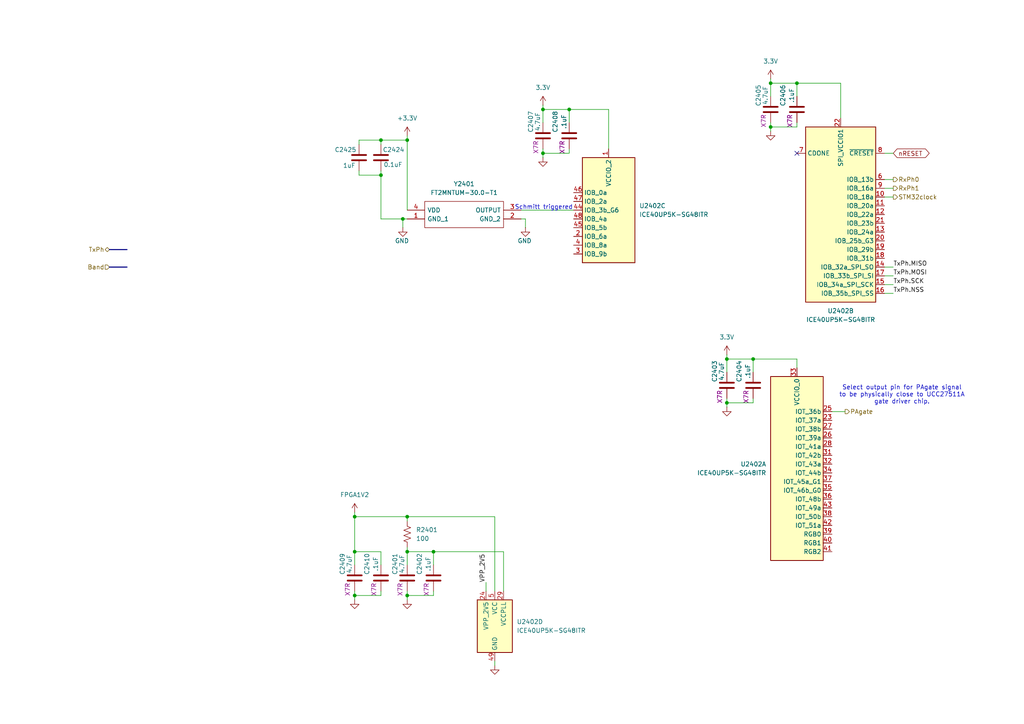
<source format=kicad_sch>
(kicad_sch (version 20250114) (generator "eeschema") (generator_version "9.0")
  (paper "A4")
  (lib_symbols
    (symbol "Device:C" (pin_numbers (hide yes)) (pin_names (offset 0.254))
      (property "Reference" "C" (at 0.635 2.54 0))
      (property "Value" "C" (at 0.635 -2.54 0))
      (symbol "C_0_1"
        (polyline (pts (xy -2.032 0.762) (xy 2.032 0.762)) (stroke (width 0.508)))
        (polyline (pts (xy -2.032 -0.762) (xy 2.032 -0.762)) (stroke (width 0.508)))
      )
      (symbol "C_1_1"
        (pin passive line (at 0 3.81 270) (length 2.794) (name "~") (number "1"))
        (pin passive line (at 0 -3.81 90) (length 2.794) (name "~") (number "2"))
      )
    )
    (symbol "Device:R_US" (pin_numbers (hide yes)) (pin_names (offset 0))
      (property "Reference" "R" (at 2.54 0 90))
      (property "Value" "R_US" (at -2.54 0 90))
      (symbol "R_US_0_1"
        (polyline (pts (xy 0 2.286) (xy 0 2.54)))
        (polyline (pts (xy 0 2.286) (xy 1.016 1.905) (xy 0 1.524) (xy -1.016 1.143) (xy 0 0.762)))
        (polyline (pts (xy 0 0.762) (xy 1.016 0.381) (xy 0 0) (xy -1.016 -0.381) (xy 0 -0.762)))
        (polyline (pts (xy 0 -0.762) (xy 1.016 -1.143) (xy 0 -1.524) (xy -1.016 -1.905) (xy 0 -2.286)))
        (polyline (pts (xy 0 -2.286) (xy 0 -2.54)))
      )
      (symbol "R_US_1_1"
        (pin passive line (at 0 3.81 270) (length 1.27) (name "~") (number "1"))
        (pin passive line (at 0 -3.81 90) (length 1.27) (name "~") (number "2"))
      )
    )
    (symbol "FPGA_Lattice:ICE40UP5K-SG48ITR"
      (property "Reference" "U" (at -8.89 -29.21 0))
      (property "Value" "ICE40UP5K-SG48ITR" (at 0 -31.75 0))
      (symbol "ICE40UP5K-SG48ITR_1_1"
        (rectangle (start -7.62 25.4) (end 7.62 -27.94) (stroke (width 0.254)) (fill (type background)))
        (pin bidirectional line (at -10.16 15.24 0) (length 2.54) (name "IOT_36b") (number "25"))
        (pin bidirectional line (at -10.16 12.7 0) (length 2.54) (name "IOT_37a") (number "23"))
        (pin bidirectional line (at -10.16 10.16 0) (length 2.54) (name "IOT_38b") (number "27"))
        (pin bidirectional line (at -10.16 7.62 0) (length 2.54) (name "IOT_39a") (number "26"))
        (pin bidirectional line (at -10.16 5.08 0) (length 2.54) (name "IOT_41a") (number "28"))
        (pin bidirectional line (at -10.16 2.54 0) (length 2.54) (name "IOT_42b") (number "31"))
        (pin bidirectional line (at -10.16 0 0) (length 2.54) (name "IOT_43a") (number "32"))
        (pin bidirectional line (at -10.16 -2.54 0) (length 2.54) (name "IOT_44b") (number "34"))
        (pin bidirectional line (at -10.16 -5.08 0) (length 2.54) (name "IOT_45a_G1") (number "37"))
        (pin bidirectional line (at -10.16 -7.62 0) (length 2.54) (name "IOT_46b_G0") (number "35"))
        (pin bidirectional line (at -10.16 -10.16 0) (length 2.54) (name "IOT_48b") (number "36"))
        (pin bidirectional line (at -10.16 -12.7 0) (length 2.54) (name "IOT_49a") (number "43"))
        (pin bidirectional line (at -10.16 -15.24 0) (length 2.54) (name "IOT_50b") (number "38"))
        (pin bidirectional line (at -10.16 -17.78 0) (length 2.54) (name "IOT_51a") (number "42"))
        (pin open_collector line (at -10.16 -20.32 0) (length 2.54) (name "RGB0") (number "39"))
        (pin open_collector line (at -10.16 -22.86 0) (length 2.54) (name "RGB1") (number "40"))
        (pin open_collector line (at -10.16 -25.4 0) (length 2.54) (name "RGB2") (number "41"))
        (pin power_in line (at 0 27.94 270) (length 2.54) (name "VCCIO_0") (number "33"))
      )
      (symbol "ICE40UP5K-SG48ITR_2_1"
        (rectangle (start -10.16 25.4) (end 10.16 -25.4) (stroke (width 0.254)) (fill (type background)))
        (pin input line (at -12.7 17.78 0) (length 2.54) (name "~{CRESET}") (number "8"))
        (pin bidirectional line (at -12.7 10.16 0) (length 2.54) (name "IOB_13b") (number "6"))
        (pin bidirectional line (at -12.7 7.62 0) (length 2.54) (name "IOB_16a") (number "9"))
        (pin bidirectional line (at -12.7 5.08 0) (length 2.54) (name "IOB_18a") (number "10"))
        (pin bidirectional line (at -12.7 2.54 0) (length 2.54) (name "IOB_20a") (number "11"))
        (pin bidirectional line (at -12.7 0 0) (length 2.54) (name "IOB_22a") (number "12"))
        (pin bidirectional line (at -12.7 -2.54 0) (length 2.54) (name "IOB_23b") (number "21"))
        (pin bidirectional line (at -12.7 -5.08 0) (length 2.54) (name "IOB_24a") (number "13"))
        (pin bidirectional line (at -12.7 -7.62 0) (length 2.54) (name "IOB_25b_G3") (number "20"))
        (pin bidirectional line (at -12.7 -10.16 0) (length 2.54) (name "IOB_29b") (number "19"))
        (pin bidirectional line (at -12.7 -12.7 0) (length 2.54) (name "IOB_31b") (number "18"))
        (pin bidirectional line (at -12.7 -15.24 0) (length 2.54) (name "IOB_32a_SPI_SO") (number "14"))
        (pin bidirectional line (at -12.7 -17.78 0) (length 2.54) (name "IOB_33b_SPI_SI") (number "17"))
        (pin bidirectional line (at -12.7 -20.32 0) (length 2.54) (name "IOB_34a_SPI_SCK") (number "15"))
        (pin bidirectional line (at -12.7 -22.86 0) (length 2.54) (name "IOB_35b_SPI_SS") (number "16"))
        (pin power_in line (at 0 27.94 270) (length 2.54) (name "SPI_VCCIO1") (number "22"))
        (pin open_collector line (at 12.7 17.78 180) (length 2.54) (name "CDONE") (number "7"))
      )
      (symbol "ICE40UP5K-SG48ITR_3_1"
        (rectangle (start -7.62 15.24) (end 7.62 -15.24) (stroke (width 0.254)) (fill (type background)))
        (pin bidirectional line (at -10.16 5.08 0) (length 2.54) (name "IOB_0a") (number "46"))
        (pin bidirectional line (at -10.16 2.54 0) (length 2.54) (name "IOB_2a") (number "47"))
        (pin bidirectional line (at -10.16 0 0) (length 2.54) (name "IOB_3b_G6") (number "44"))
        (pin bidirectional line (at -10.16 -2.54 0) (length 2.54) (name "IOB_4a") (number "48"))
        (pin bidirectional line (at -10.16 -5.08 0) (length 2.54) (name "IOB_5b") (number "45"))
        (pin bidirectional line (at -10.16 -7.62 0) (length 2.54) (name "IOB_6a") (number "2"))
        (pin bidirectional line (at -10.16 -10.16 0) (length 2.54) (name "IOB_8a") (number "4"))
        (pin bidirectional line (at -10.16 -12.7 0) (length 2.54) (name "IOB_9b") (number "3"))
        (pin power_in line (at 0 17.78 270) (length 2.54) (name "VCCIO_2") (number "1"))
      )
      (symbol "ICE40UP5K-SG48ITR_4_1"
        (rectangle (start -5.08 7.62) (end 5.08 -7.62) (stroke (width 0.254)) (fill (type background)))
        (pin power_in line (at -2.54 10.16 270) (length 2.54) (name "VPP_2V5") (number "24"))
        (pin passive line (at 0 10.16 270) (length 2.54) (hide yes) (name "VCC") (number "30"))
        (pin power_in line (at 0 10.16 270) (length 2.54) (name "VCC") (number "5"))
        (pin power_in line (at 0 -10.16 90) (length 2.54) (name "GND") (number "49"))
        (pin power_out line (at 2.54 10.16 270) (length 2.54) (name "VCCPLL") (number "29"))
      )
    )
    (symbol "FT2MNTUM-30.0-T1:FT2MNTUM-30.0-T1" (pin_names (offset 0.762))
      (property "Reference" "Y" (at 29.21 7.62 0))
      (property "Value" "FT2MNTUM-30.0-T1" (at 29.21 5.08 0))
      (symbol "FT2MNTUM-30.0-T1_0_0"
        (pin passive line (at 0 0 0) (length 5.08) (name "VDD") (number "4"))
        (pin passive line (at 0 -2.54 0) (length 5.08) (name "GND_1") (number "1"))
        (pin passive line (at 33.02 0 180) (length 5.08) (name "OUTPUT") (number "3"))
        (pin passive line (at 33.02 -2.54 180) (length 5.08) (name "GND_2") (number "2"))
      )
      (symbol "FT2MNTUM-30.0-T1_0_1"
        (polyline (pts (xy 5.08 2.54) (xy 27.94 2.54) (xy 27.94 -5.08) (xy 5.08 -5.08) (xy 5.08 2.54)) (stroke (width 0.1524)))
      )
    )
    (symbol "power:+3.3V" (power) (pin_numbers (hide yes)) (pin_names (offset 0) (hide yes))
      (property "Value" "+3.3V" (at 0 3.556 0))
      (symbol "+3.3V_0_1"
        (polyline (pts (xy -0.762 1.27) (xy 0 2.54)))
        (polyline (pts (xy 0 2.54) (xy 0.762 1.27)))
        (polyline (pts (xy 0 0) (xy 0 2.54)))
      )
      (symbol "+3.3V_1_1"
        (pin power_in line (at 0 0 90) (length 0) (name "~") (number "1"))
      )
    )
    (symbol "power:GND" (power) (pin_numbers (hide yes)) (pin_names (offset 0) (hide yes))
      (property "Value" "GND" (at 0 -3.81 0))
      (symbol "GND_0_1"
        (polyline (pts (xy 0 0) (xy 0 -1.27) (xy 1.27 -1.27) (xy 0 -2.54) (xy -1.27 -1.27) (xy 0 -1.27)))
      )
      (symbol "GND_1_1"
        (pin power_in line (at 0 0 270) (length 0) (name "~") (number "1"))
      )
    )
    (symbol "power:VDD" (power) (pin_numbers (hide yes)) (pin_names (offset 0) (hide yes))
      (property "Value" "VDD" (at 0 3.556 0))
      (symbol "VDD_0_1"
        (polyline (pts (xy -0.762 1.27) (xy 0 2.54)))
        (polyline (pts (xy 0 2.54) (xy 0.762 1.27)))
        (polyline (pts (xy 0 0) (xy 0 2.54)))
      )
      (symbol "VDD_1_1"
        (pin power_in line (at 0 0 90) (length 0) (name "~") (number "1"))
      )
    )
  )
  (text "Schmitt triggered" (at 157.734 60.198 0) (effects (font (size 1.27 1.27))))
  (text "Select output pin for PAgate signal\nto be physically close to UCC27511A\ngate driver chip." (at 261.62 114.554 0) (effects (font (size 1.27 1.27))))
  (junction (at 102.87 160.02))
  (junction (at 165.1 31.75))
  (junction (at 210.82 104.14))
  (junction (at 102.87 149.86))
  (junction (at 157.48 44.45))
  (junction (at 110.49 40.64))
  (junction (at 223.52 36.83))
  (junction (at 157.48 31.75))
  (junction (at 231.14 24.13))
  (junction (at 223.52 24.13))
  (junction (at 125.73 160.02))
  (junction (at 218.44 104.14))
  (junction (at 210.82 116.84))
  (junction (at 102.87 172.72))
  (junction (at 118.11 149.86))
  (junction (at 118.11 160.02))
  (junction (at 118.11 40.64))
  (junction (at 118.11 172.72))
  (junction (at 116.84 63.5))
  (junction (at 110.49 50.8))
  (no_connect (at 231.14 44.45))
  (wire (pts (xy 210.82 102.87) (xy 210.82 104.14)))
  (wire (pts (xy 210.82 104.14) (xy 218.44 104.14)))
  (wire (pts (xy 104.14 40.64) (xy 110.49 40.64)))
  (wire (pts (xy 210.82 115.57) (xy 210.82 116.84)))
  (wire (pts (xy 116.84 63.5) (xy 118.11 63.5)))
  (wire (pts (xy 259.08 85.09) (xy 256.54 85.09)))
  (wire (pts (xy 151.13 63.5) (xy 152.4 63.5)))
  (wire (pts (xy 157.48 31.75) (xy 165.1 31.75)))
  (wire (pts (xy 231.14 104.14) (xy 231.14 106.68)))
  (wire (pts (xy 157.48 44.45) (xy 165.1 44.45)))
  (wire (pts (xy 118.11 40.64) (xy 118.11 39.37)))
  (wire (pts (xy 104.14 49.53) (xy 104.14 50.8)))
  (wire (pts (xy 125.73 160.02) (xy 146.05 160.02)))
  (wire (pts (xy 102.87 172.72) (xy 102.87 173.99)))
  (wire (pts (xy 110.49 50.8) (xy 110.49 63.5)))
  (wire (pts (xy 157.48 30.48) (xy 157.48 31.75)))
  (wire (pts (xy 143.51 149.86) (xy 118.11 149.86)))
  (wire (pts (xy 223.52 27.94) (xy 223.52 24.13)))
  (wire (pts (xy 223.52 36.83) (xy 231.14 36.83)))
  (bus (pts (xy 31.75 72.39) (xy 36.83 72.39)))
  (wire (pts (xy 259.08 82.55) (xy 256.54 82.55)))
  (wire (pts (xy 231.14 35.56) (xy 231.14 36.83)))
  (wire (pts (xy 210.82 116.84) (xy 210.82 118.11)))
  (wire (pts (xy 223.52 22.86) (xy 223.52 24.13)))
  (wire (pts (xy 118.11 160.02) (xy 125.73 160.02)))
  (wire (pts (xy 110.49 40.64) (xy 118.11 40.64)))
  (wire (pts (xy 118.11 172.72) (xy 125.73 172.72)))
  (wire (pts (xy 218.44 104.14) (xy 231.14 104.14)))
  (wire (pts (xy 165.1 31.75) (xy 165.1 35.56)))
  (wire (pts (xy 259.08 57.15) (xy 256.54 57.15)))
  (wire (pts (xy 140.97 168.91) (xy 140.97 171.45)))
  (wire (pts (xy 259.08 52.07) (xy 256.54 52.07)))
  (wire (pts (xy 259.08 54.61) (xy 256.54 54.61)))
  (wire (pts (xy 116.84 66.04) (xy 116.84 63.5)))
  (wire (pts (xy 151.13 60.96) (xy 166.37 60.96)))
  (wire (pts (xy 210.82 107.95) (xy 210.82 104.14)))
  (wire (pts (xy 243.84 24.13) (xy 243.84 34.29)))
  (wire (pts (xy 157.48 44.45) (xy 157.48 45.72)))
  (wire (pts (xy 218.44 104.14) (xy 218.44 107.95)))
  (wire (pts (xy 102.87 172.72) (xy 110.49 172.72)))
  (wire (pts (xy 118.11 149.86) (xy 118.11 151.13)))
  (wire (pts (xy 143.51 149.86) (xy 143.51 171.45)))
  (wire (pts (xy 259.08 77.47) (xy 256.54 77.47)))
  (wire (pts (xy 110.49 171.45) (xy 110.49 172.72)))
  (wire (pts (xy 218.44 115.57) (xy 218.44 116.84)))
  (wire (pts (xy 110.49 63.5) (xy 116.84 63.5)))
  (wire (pts (xy 176.53 31.75) (xy 176.53 43.18)))
  (wire (pts (xy 110.49 49.53) (xy 110.49 50.8)))
  (wire (pts (xy 259.08 80.01) (xy 256.54 80.01)))
  (wire (pts (xy 231.14 24.13) (xy 231.14 27.94)))
  (wire (pts (xy 152.4 63.5) (xy 152.4 66.04)))
  (wire (pts (xy 102.87 163.83) (xy 102.87 160.02)))
  (wire (pts (xy 210.82 116.84) (xy 218.44 116.84)))
  (wire (pts (xy 223.52 36.83) (xy 223.52 38.1)))
  (wire (pts (xy 110.49 160.02) (xy 110.49 163.83)))
  (wire (pts (xy 223.52 35.56) (xy 223.52 36.83)))
  (wire (pts (xy 102.87 148.59) (xy 102.87 149.86)))
  (wire (pts (xy 223.52 24.13) (xy 231.14 24.13)))
  (wire (pts (xy 157.48 43.18) (xy 157.48 44.45)))
  (wire (pts (xy 143.51 191.77) (xy 143.51 193.04)))
  (wire (pts (xy 125.73 160.02) (xy 125.73 163.83)))
  (wire (pts (xy 125.73 171.45) (xy 125.73 172.72)))
  (wire (pts (xy 102.87 160.02) (xy 110.49 160.02)))
  (bus (pts (xy 31.75 77.47) (xy 36.83 77.47)))
  (wire (pts (xy 118.11 158.75) (xy 118.11 160.02)))
  (wire (pts (xy 176.53 31.75) (xy 165.1 31.75)))
  (wire (pts (xy 102.87 171.45) (xy 102.87 172.72)))
  (wire (pts (xy 243.84 24.13) (xy 231.14 24.13)))
  (wire (pts (xy 118.11 60.96) (xy 118.11 40.64)))
  (wire (pts (xy 118.11 172.72) (xy 118.11 173.99)))
  (wire (pts (xy 245.11 119.38) (xy 241.3 119.38)))
  (wire (pts (xy 104.14 41.91) (xy 104.14 40.64)))
  (wire (pts (xy 102.87 149.86) (xy 102.87 160.02)))
  (wire (pts (xy 118.11 149.86) (xy 102.87 149.86)))
  (wire (pts (xy 110.49 40.64) (xy 110.49 41.91)))
  (wire (pts (xy 259.08 44.45) (xy 256.54 44.45)))
  (wire (pts (xy 104.14 50.8) (xy 110.49 50.8)))
  (wire (pts (xy 118.11 171.45) (xy 118.11 172.72)))
  (wire (pts (xy 146.05 160.02) (xy 146.05 171.45)))
  (wire (pts (xy 165.1 43.18) (xy 165.1 44.45)))
  (wire (pts (xy 118.11 163.83) (xy 118.11 160.02)))
  (wire (pts (xy 157.48 35.56) (xy 157.48 31.75)))
  (label "TxPh.SCK" (at 259.08 82.55 0))
  (label "VPP_2V5" (at 140.97 168.91 90))
  (label "TxPh.MISO" (at 259.08 77.47 0))
  (label "TxPh.MOSI" (at 259.08 80.01 0))
  (label "TxPh.NSS" (at 259.08 85.09 0))
  (global_label "nRESET" (shape bidirectional) (at 259.08 44.45 0) (property "Intersheetrefs" "${INTERSHEET_REFS}" (effects (hide yes))))
  (hierarchical_label "RxPh1" (shape output) (at 259.08 54.61 0))
  (hierarchical_label "PAgate" (shape output) (at 245.11 119.38 0))
  (hierarchical_label "STM32clock" (shape output) (at 259.08 57.15 0))
  (hierarchical_label "Band" (shape input) (at 31.75 77.47 180))
  (hierarchical_label "TxPh" (shape bidirectional) (at 31.75 72.39 180))
  (hierarchical_label "RxPh0" (shape output) (at 259.08 52.07 0))
  (symbol (lib_id "power:GND") (at 116.84 66.04 0) (unit 1)
    (property "Reference" "#PWR02420" (effects (hide yes)))
    (property "Value" "GND" (at 116.586 69.85 0))
    (property "Description" "Power symbol creates a global label with name \"GND\" , ground" (effects (hide yes)))
  )
  (symbol (lib_id "Device:C") (at 104.14 45.72 0) (unit 1)
    (property "Reference" "C2425" (at 103.378 43.434 0) (effects (justify right)))
    (property "Value" "1uF" (at 103.124 48.006 0) (effects (justify right)))
    (property "Description" "Unpolarized capacitor" (effects (hide yes)))
  )
  (symbol (lib_id "Device:C") (at 165.1 39.37 0) (mirror y) (unit 1)
    (property "Reference" "C2408" (at 161.036 35.306 90))
    (property "Value" ".1uF" (at 163.576 35.306 90))
    (property "Description" "Unpolarized capacitor" (effects (hide yes)))
    (property "cap-type" "X7R" (at 163.068 42.672 90))
  )
  (symbol (lib_id "FPGA_Lattice:ICE40UP5K-SG48ITR") (at 176.53 60.96 0) (unit 3)
    (property "Reference" "U2402" (at 185.42 59.6899 0) (effects (justify left)))
    (property "Value" "ICE40UP5K-SG48ITR" (at 185.42 62.2299 0) (effects (justify left)))
    (property "Footprint" "Package_DFN_QFN:QFN-48-1EP_7x7mm_P0.5mm_EP5.6x5.6mm" (effects (hide yes)))
    (property "Datasheet" "http://www.latticesemi.com/Products/FPGAandCPLD/iCE40Ultra" (effects (hide yes)))
    (property "Description" "iCE40 UltraPlus FPGA, 5280 LUTs, 1.2V, 48-pin QFN" (effects (hide yes)))
  )
  (symbol (lib_id "FPGA_Lattice:ICE40UP5K-SG48ITR") (at 243.84 62.23 0) (mirror y) (unit 2)
    (property "Reference" "U2402" (at 243.84 90.17 0))
    (property "Value" "ICE40UP5K-SG48ITR" (at 243.84 92.71 0))
    (property "Footprint" "Package_DFN_QFN:QFN-48-1EP_7x7mm_P0.5mm_EP5.6x5.6mm" (effects (hide yes)))
    (property "Datasheet" "http://www.latticesemi.com/Products/FPGAandCPLD/iCE40Ultra" (effects (hide yes)))
    (property "Description" "iCE40 UltraPlus FPGA, 5280 LUTs, 1.2V, 48-pin QFN" (effects (hide yes)))
  )
  (symbol (lib_id "power:GND") (at 143.51 193.04 0) (unit 1)
    (property "Reference" "#PWR02422" (effects (hide yes)))
    (property "Value" "GND" (effects (hide yes)))
    (property "Description" "Power symbol creates a global label with name \"GND\" , ground" (effects (hide yes)))
  )
  (symbol (lib_id "Device:C") (at 231.14 31.75 0) (mirror y) (unit 1)
    (property "Reference" "C2406" (at 227.076 27.686 90))
    (property "Value" ".1uF" (at 229.616 27.686 90))
    (property "Description" "Unpolarized capacitor" (effects (hide yes)))
    (property "cap-type" "X7R" (at 229.108 35.052 90))
  )
  (symbol (lib_id "power:GND") (at 210.82 118.11 0) (unit 1)
    (property "Reference" "#PWR02405" (effects (hide yes)))
    (property "Value" "GND" (effects (hide yes)))
    (property "Description" "Power symbol creates a global label with name \"GND\" , ground" (effects (hide yes)))
  )
  (symbol (lib_id "Device:C") (at 157.48 39.37 0) (mirror y) (unit 1)
    (property "Reference" "C2407" (at 153.924 35.306 90))
    (property "Value" "4.7uF" (at 155.956 35.306 90))
    (property "Description" "Unpolarized capacitor" (effects (hide yes)))
    (property "cap-type" "X7R" (at 155.448 42.672 90))
  )
  (symbol (lib_id "Device:C") (at 125.73 167.64 0) (mirror y) (unit 1)
    (property "Reference" "C2402" (at 121.666 163.576 90))
    (property "Value" ".1uF" (at 124.206 163.576 90))
    (property "Description" "Unpolarized capacitor" (effects (hide yes)))
    (property "cap-type" "X7R" (at 123.698 170.942 90))
  )
  (symbol (lib_id "FPGA_Lattice:ICE40UP5K-SG48ITR") (at 231.14 134.62 0) (mirror y) (unit 1)
    (property "Reference" "U2402" (at 222.25 134.6199 0) (effects (justify left)))
    (property "Value" "ICE40UP5K-SG48ITR" (at 222.25 137.1599 0) (effects (justify left)))
    (property "Footprint" "Package_DFN_QFN:QFN-48-1EP_7x7mm_P0.5mm_EP5.6x5.6mm" (effects (hide yes)))
    (property "Datasheet" "http://www.latticesemi.com/Products/FPGAandCPLD/iCE40Ultra" (effects (hide yes)))
    (property "Description" "iCE40 UltraPlus FPGA, 5280 LUTs, 1.2V, 48-pin QFN" (effects (hide yes)))
  )
  (symbol (lib_id "Device:C") (at 118.11 167.64 0) (mirror y) (unit 1)
    (property "Reference" "C2401" (at 114.554 163.576 90))
    (property "Value" "4.7uF" (at 116.586 163.576 90))
    (property "Description" "Unpolarized capacitor" (effects (hide yes)))
    (property "cap-type" "X7R" (at 116.078 170.942 90))
  )
  (symbol (lib_id "power:GND") (at 102.87 173.99 0) (unit 1)
    (property "Reference" "#PWR02411" (effects (hide yes)))
    (property "Value" "GND" (effects (hide yes)))
    (property "Description" "Power symbol creates a global label with name \"GND\" , ground" (effects (hide yes)))
  )
  (symbol (lib_id "power:GND") (at 118.11 173.99 0) (unit 1)
    (property "Reference" "#PWR02403" (effects (hide yes)))
    (property "Value" "GND" (effects (hide yes)))
    (property "Description" "Power symbol creates a global label with name \"GND\" , ground" (effects (hide yes)))
  )
  (symbol (lib_id "power:VDD") (at 102.87 148.59 0) (unit 1)
    (property "Reference" "#PWR02410" (effects (hide yes)))
    (property "Value" "FPGA1V2" (at 102.87 143.51 0))
    (property "Description" "Power symbol creates a global label with name \"VDD\"" (effects (hide yes)))
  )
  (symbol (lib_id "Device:C") (at 210.82 111.76 0) (mirror y) (unit 1)
    (property "Reference" "C2403" (at 207.264 107.696 90))
    (property "Value" "4.7uF" (at 209.296 107.696 90))
    (property "Description" "Unpolarized capacitor" (effects (hide yes)))
    (property "cap-type" "X7R" (at 208.788 115.062 90))
  )
  (symbol (lib_id "Device:C") (at 110.49 167.64 0) (mirror y) (unit 1)
    (property "Reference" "C2410" (at 106.426 163.576 90))
    (property "Value" ".1uF" (at 108.966 163.576 90))
    (property "Description" "Unpolarized capacitor" (effects (hide yes)))
    (property "cap-type" "X7R" (at 108.458 170.942 90))
  )
  (symbol (lib_id "power:+3.3V") (at 118.11 39.37 0) (unit 1)
    (property "Reference" "#PWR02419" (effects (hide yes)))
    (property "Value" "+3.3V" (at 118.11 34.29 0))
    (property "Description" "Power symbol creates a global label with name \"+3.3V\"" (effects (hide yes)))
  )
  (symbol (lib_id "Device:C") (at 102.87 167.64 0) (mirror y) (unit 1)
    (property "Reference" "C2409" (at 99.314 163.576 90))
    (property "Value" "4.7uF" (at 101.346 163.576 90))
    (property "Description" "Unpolarized capacitor" (effects (hide yes)))
    (property "cap-type" "X7R" (at 100.838 170.942 90))
  )
  (symbol (lib_id "Device:C") (at 218.44 111.76 0) (mirror y) (unit 1)
    (property "Reference" "C2404" (at 214.376 107.696 90))
    (property "Value" ".1uF" (at 216.916 107.696 90))
    (property "Description" "Unpolarized capacitor" (effects (hide yes)))
    (property "cap-type" "X7R" (at 216.408 115.062 90))
  )
  (symbol (lib_id "Device:C") (at 110.49 45.72 0) (mirror y) (unit 1)
    (property "Reference" "C2424" (at 110.998 43.434 0) (effects (justify right)))
    (property "Value" "0.1uF" (at 111.252 47.752 0) (effects (justify right)))
    (property "Description" "Unpolarized capacitor" (effects (hide yes)))
  )
  (symbol (lib_id "FT2MNTUM-30.0-T1:FT2MNTUM-30.0-T1") (at 118.11 60.96 0) (unit 1)
    (property "Reference" "Y2401" (at 134.62 53.34 0))
    (property "Value" "FT2MNTUM-30.0-T1" (at 134.62 55.88 0))
    (property "Footprint" "FT2MNTUM300T1" (effects (hide yes)))
    (property "Datasheet" "https://abracon.com/datasheets/FT2MN.pdf" (effects (hide yes)))
    (property "Description" "30 MHz TCXO Clipped Sine Wave Oscillator 1.68V ~ 3.63V 4-SMD, No Lead" (effects (hide yes)))
    (property "Description_1" "30 MHz TCXO Clipped Sine Wave Oscillator 1.68V ~{} 3.63V 4-SMD, No Lead" (effects (hide yes)))
    (property "Height" "1" (effects (hide yes)))
    (property "Mouser Part Number" "815-FT2MNTUM-30.0-T1" (effects (hide yes)))
    (property "Mouser Price/Stock" "https://www.mouser.co.uk/ProductDetail/ABRACON/FT2MNTUM-30.0-T1?qs=9vOqFld9vZU1LRBjatCK%2Fw%3D%3D" (effects (hide yes)))
    (property "Manufacturer_Name" "ABRACON" (effects (hide yes)))
    (property "Manufacturer_Part_Number" "FT2MNTUM-30.0-T1" (effects (hide yes)))
  )
  (symbol (lib_id "power:GND") (at 152.4 66.04 0) (unit 1)
    (property "Reference" "#PWR02421" (effects (hide yes)))
    (property "Value" "GND" (at 152.146 69.85 0))
    (property "Description" "Power symbol creates a global label with name \"GND\" , ground" (effects (hide yes)))
  )
  (symbol (lib_id "Device:R_US") (at 118.11 154.94 0) (unit 1)
    (property "Reference" "R2401" (at 120.65 153.6699 0) (effects (justify left)))
    (property "Value" "100" (at 120.65 156.2099 0) (effects (justify left)))
    (property "Description" "Resistor, US symbol" (effects (hide yes)))
  )
  (symbol (lib_id "power:+3.3V") (at 157.48 30.48 0) (unit 1)
    (property "Reference" "#PWR02408" (effects (hide yes)))
    (property "Value" "3.3V" (at 157.48 25.4 0))
    (property "Description" "Power symbol creates a global label with name \"+3.3V\"" (effects (hide yes)))
  )
  (symbol (lib_id "power:+3.3V") (at 210.82 102.87 0) (unit 1)
    (property "Reference" "#PWR02404" (effects (hide yes)))
    (property "Value" "3.3V" (at 210.82 97.79 0))
    (property "Description" "Power symbol creates a global label with name \"+3.3V\"" (effects (hide yes)))
  )
  (symbol (lib_id "FPGA_Lattice:ICE40UP5K-SG48ITR") (at 143.51 181.61 0) (unit 4)
    (property "Reference" "U2402" (at 149.86 180.3399 0) (effects (justify left)))
    (property "Value" "ICE40UP5K-SG48ITR" (at 149.86 182.8799 0) (effects (justify left)))
    (property "Footprint" "Package_DFN_QFN:QFN-48-1EP_7x7mm_P0.5mm_EP5.6x5.6mm" (effects (hide yes)))
    (property "Datasheet" "http://www.latticesemi.com/Products/FPGAandCPLD/iCE40Ultra" (effects (hide yes)))
    (property "Description" "iCE40 UltraPlus FPGA, 5280 LUTs, 1.2V, 48-pin QFN" (effects (hide yes)))
  )
  (symbol (lib_id "Device:C") (at 223.52 31.75 0) (mirror y) (unit 1)
    (property "Reference" "C2405" (at 219.964 27.686 90))
    (property "Value" "4.7uF" (at 221.996 27.686 90))
    (property "Description" "Unpolarized capacitor" (effects (hide yes)))
    (property "cap-type" "X7R" (at 221.488 35.052 90))
  )
  (symbol (lib_id "power:GND") (at 157.48 45.72 0) (unit 1)
    (property "Reference" "#PWR02409" (effects (hide yes)))
    (property "Value" "GND" (effects (hide yes)))
    (property "Description" "Power symbol creates a global label with name \"GND\" , ground" (effects (hide yes)))
  )
  (symbol (lib_id "power:GND") (at 223.52 38.1 0) (unit 1)
    (property "Reference" "#PWR02407" (effects (hide yes)))
    (property "Value" "GND" (effects (hide yes)))
    (property "Description" "Power symbol creates a global label with name \"GND\" , ground" (effects (hide yes)))
  )
  (symbol (lib_id "power:+3.3V") (at 223.52 22.86 0) (unit 1)
    (property "Reference" "#PWR02406" (effects (hide yes)))
    (property "Value" "3.3V" (at 223.52 17.78 0))
    (property "Description" "Power symbol creates a global label with name \"+3.3V\"" (effects (hide yes)))
  )
)
</source>
